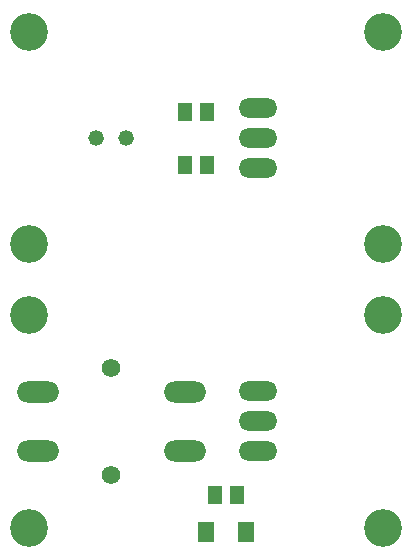
<source format=gtp>
G04 (created by PCBNEW (2013-03-19 BZR 4004)-stable) date 2015/1/6 10:08:28*
%MOIN*%
G04 Gerber Fmt 3.4, Leading zero omitted, Abs format*
%FSLAX34Y34*%
G01*
G70*
G90*
G04 APERTURE LIST*
%ADD10C,0*%
%ADD11O,0.129X0.0645*%
%ADD12C,0.126*%
%ADD13R,0.0511X0.059*%
%ADD14C,0.0614*%
%ADD15O,0.141X0.0705*%
%ADD16R,0.0551X0.0708*%
%ADD17C,0.052*%
G04 APERTURE END LIST*
G54D10*
G54D11*
X24559Y-14354D03*
X24559Y-15354D03*
X24559Y-16354D03*
G54D12*
X16929Y-11811D03*
X28740Y-11811D03*
X16929Y-18897D03*
X28740Y-18897D03*
G54D13*
X22126Y-14500D03*
X22874Y-14500D03*
X23126Y-27250D03*
X23874Y-27250D03*
G54D14*
X19685Y-23028D03*
G54D15*
X22145Y-25783D03*
X17225Y-25783D03*
X22145Y-23823D03*
X17225Y-23823D03*
G54D14*
X19685Y-26578D03*
G54D11*
X24559Y-23803D03*
X24559Y-24803D03*
X24559Y-25803D03*
G54D12*
X16929Y-21259D03*
X28740Y-21259D03*
X16929Y-28346D03*
X28740Y-28346D03*
G54D16*
X22831Y-28500D03*
X24169Y-28500D03*
G54D13*
X22874Y-16250D03*
X22126Y-16250D03*
G54D17*
X19185Y-15354D03*
X20185Y-15354D03*
M02*

</source>
